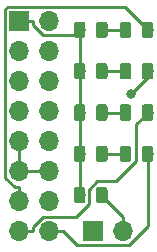
<source format=gbr>
G04 #@! TF.GenerationSoftware,KiCad,Pcbnew,(5.1.0-0)*
G04 #@! TF.CreationDate,2019-08-08T23:34:54-04:00*
G04 #@! TF.ProjectId,Dell Optiplex Front Panel LED Indicator Adapter,44656c6c-204f-4707-9469-706c65782046,rev?*
G04 #@! TF.SameCoordinates,Original*
G04 #@! TF.FileFunction,Copper,L1,Top*
G04 #@! TF.FilePolarity,Positive*
%FSLAX46Y46*%
G04 Gerber Fmt 4.6, Leading zero omitted, Abs format (unit mm)*
G04 Created by KiCad (PCBNEW (5.1.0-0)) date 2019-08-08 23:34:54*
%MOMM*%
%LPD*%
G04 APERTURE LIST*
%ADD10O,1.700000X1.700000*%
%ADD11R,1.700000X1.700000*%
%ADD12C,0.100000*%
%ADD13C,0.975000*%
%ADD14C,0.800000*%
%ADD15C,0.250000*%
G04 APERTURE END LIST*
D10*
X153290000Y-82500000D03*
D11*
X150750000Y-82500000D03*
D12*
G36*
X155643142Y-64801174D02*
G01*
X155666803Y-64804684D01*
X155690007Y-64810496D01*
X155712529Y-64818554D01*
X155734153Y-64828782D01*
X155754670Y-64841079D01*
X155773883Y-64855329D01*
X155791607Y-64871393D01*
X155807671Y-64889117D01*
X155821921Y-64908330D01*
X155834218Y-64928847D01*
X155844446Y-64950471D01*
X155852504Y-64972993D01*
X155858316Y-64996197D01*
X155861826Y-65019858D01*
X155863000Y-65043750D01*
X155863000Y-65956250D01*
X155861826Y-65980142D01*
X155858316Y-66003803D01*
X155852504Y-66027007D01*
X155844446Y-66049529D01*
X155834218Y-66071153D01*
X155821921Y-66091670D01*
X155807671Y-66110883D01*
X155791607Y-66128607D01*
X155773883Y-66144671D01*
X155754670Y-66158921D01*
X155734153Y-66171218D01*
X155712529Y-66181446D01*
X155690007Y-66189504D01*
X155666803Y-66195316D01*
X155643142Y-66198826D01*
X155619250Y-66200000D01*
X155131750Y-66200000D01*
X155107858Y-66198826D01*
X155084197Y-66195316D01*
X155060993Y-66189504D01*
X155038471Y-66181446D01*
X155016847Y-66171218D01*
X154996330Y-66158921D01*
X154977117Y-66144671D01*
X154959393Y-66128607D01*
X154943329Y-66110883D01*
X154929079Y-66091670D01*
X154916782Y-66071153D01*
X154906554Y-66049529D01*
X154898496Y-66027007D01*
X154892684Y-66003803D01*
X154889174Y-65980142D01*
X154888000Y-65956250D01*
X154888000Y-65043750D01*
X154889174Y-65019858D01*
X154892684Y-64996197D01*
X154898496Y-64972993D01*
X154906554Y-64950471D01*
X154916782Y-64928847D01*
X154929079Y-64908330D01*
X154943329Y-64889117D01*
X154959393Y-64871393D01*
X154977117Y-64855329D01*
X154996330Y-64841079D01*
X155016847Y-64828782D01*
X155038471Y-64818554D01*
X155060993Y-64810496D01*
X155084197Y-64804684D01*
X155107858Y-64801174D01*
X155131750Y-64800000D01*
X155619250Y-64800000D01*
X155643142Y-64801174D01*
X155643142Y-64801174D01*
G37*
D13*
X155375500Y-65500000D03*
D12*
G36*
X153768142Y-64801174D02*
G01*
X153791803Y-64804684D01*
X153815007Y-64810496D01*
X153837529Y-64818554D01*
X153859153Y-64828782D01*
X153879670Y-64841079D01*
X153898883Y-64855329D01*
X153916607Y-64871393D01*
X153932671Y-64889117D01*
X153946921Y-64908330D01*
X153959218Y-64928847D01*
X153969446Y-64950471D01*
X153977504Y-64972993D01*
X153983316Y-64996197D01*
X153986826Y-65019858D01*
X153988000Y-65043750D01*
X153988000Y-65956250D01*
X153986826Y-65980142D01*
X153983316Y-66003803D01*
X153977504Y-66027007D01*
X153969446Y-66049529D01*
X153959218Y-66071153D01*
X153946921Y-66091670D01*
X153932671Y-66110883D01*
X153916607Y-66128607D01*
X153898883Y-66144671D01*
X153879670Y-66158921D01*
X153859153Y-66171218D01*
X153837529Y-66181446D01*
X153815007Y-66189504D01*
X153791803Y-66195316D01*
X153768142Y-66198826D01*
X153744250Y-66200000D01*
X153256750Y-66200000D01*
X153232858Y-66198826D01*
X153209197Y-66195316D01*
X153185993Y-66189504D01*
X153163471Y-66181446D01*
X153141847Y-66171218D01*
X153121330Y-66158921D01*
X153102117Y-66144671D01*
X153084393Y-66128607D01*
X153068329Y-66110883D01*
X153054079Y-66091670D01*
X153041782Y-66071153D01*
X153031554Y-66049529D01*
X153023496Y-66027007D01*
X153017684Y-66003803D01*
X153014174Y-65980142D01*
X153013000Y-65956250D01*
X153013000Y-65043750D01*
X153014174Y-65019858D01*
X153017684Y-64996197D01*
X153023496Y-64972993D01*
X153031554Y-64950471D01*
X153041782Y-64928847D01*
X153054079Y-64908330D01*
X153068329Y-64889117D01*
X153084393Y-64871393D01*
X153102117Y-64855329D01*
X153121330Y-64841079D01*
X153141847Y-64828782D01*
X153163471Y-64818554D01*
X153185993Y-64810496D01*
X153209197Y-64804684D01*
X153232858Y-64801174D01*
X153256750Y-64800000D01*
X153744250Y-64800000D01*
X153768142Y-64801174D01*
X153768142Y-64801174D01*
G37*
D13*
X153500500Y-65500000D03*
D12*
G36*
X153768142Y-68301174D02*
G01*
X153791803Y-68304684D01*
X153815007Y-68310496D01*
X153837529Y-68318554D01*
X153859153Y-68328782D01*
X153879670Y-68341079D01*
X153898883Y-68355329D01*
X153916607Y-68371393D01*
X153932671Y-68389117D01*
X153946921Y-68408330D01*
X153959218Y-68428847D01*
X153969446Y-68450471D01*
X153977504Y-68472993D01*
X153983316Y-68496197D01*
X153986826Y-68519858D01*
X153988000Y-68543750D01*
X153988000Y-69456250D01*
X153986826Y-69480142D01*
X153983316Y-69503803D01*
X153977504Y-69527007D01*
X153969446Y-69549529D01*
X153959218Y-69571153D01*
X153946921Y-69591670D01*
X153932671Y-69610883D01*
X153916607Y-69628607D01*
X153898883Y-69644671D01*
X153879670Y-69658921D01*
X153859153Y-69671218D01*
X153837529Y-69681446D01*
X153815007Y-69689504D01*
X153791803Y-69695316D01*
X153768142Y-69698826D01*
X153744250Y-69700000D01*
X153256750Y-69700000D01*
X153232858Y-69698826D01*
X153209197Y-69695316D01*
X153185993Y-69689504D01*
X153163471Y-69681446D01*
X153141847Y-69671218D01*
X153121330Y-69658921D01*
X153102117Y-69644671D01*
X153084393Y-69628607D01*
X153068329Y-69610883D01*
X153054079Y-69591670D01*
X153041782Y-69571153D01*
X153031554Y-69549529D01*
X153023496Y-69527007D01*
X153017684Y-69503803D01*
X153014174Y-69480142D01*
X153013000Y-69456250D01*
X153013000Y-68543750D01*
X153014174Y-68519858D01*
X153017684Y-68496197D01*
X153023496Y-68472993D01*
X153031554Y-68450471D01*
X153041782Y-68428847D01*
X153054079Y-68408330D01*
X153068329Y-68389117D01*
X153084393Y-68371393D01*
X153102117Y-68355329D01*
X153121330Y-68341079D01*
X153141847Y-68328782D01*
X153163471Y-68318554D01*
X153185993Y-68310496D01*
X153209197Y-68304684D01*
X153232858Y-68301174D01*
X153256750Y-68300000D01*
X153744250Y-68300000D01*
X153768142Y-68301174D01*
X153768142Y-68301174D01*
G37*
D13*
X153500500Y-69000000D03*
D12*
G36*
X155643142Y-68301174D02*
G01*
X155666803Y-68304684D01*
X155690007Y-68310496D01*
X155712529Y-68318554D01*
X155734153Y-68328782D01*
X155754670Y-68341079D01*
X155773883Y-68355329D01*
X155791607Y-68371393D01*
X155807671Y-68389117D01*
X155821921Y-68408330D01*
X155834218Y-68428847D01*
X155844446Y-68450471D01*
X155852504Y-68472993D01*
X155858316Y-68496197D01*
X155861826Y-68519858D01*
X155863000Y-68543750D01*
X155863000Y-69456250D01*
X155861826Y-69480142D01*
X155858316Y-69503803D01*
X155852504Y-69527007D01*
X155844446Y-69549529D01*
X155834218Y-69571153D01*
X155821921Y-69591670D01*
X155807671Y-69610883D01*
X155791607Y-69628607D01*
X155773883Y-69644671D01*
X155754670Y-69658921D01*
X155734153Y-69671218D01*
X155712529Y-69681446D01*
X155690007Y-69689504D01*
X155666803Y-69695316D01*
X155643142Y-69698826D01*
X155619250Y-69700000D01*
X155131750Y-69700000D01*
X155107858Y-69698826D01*
X155084197Y-69695316D01*
X155060993Y-69689504D01*
X155038471Y-69681446D01*
X155016847Y-69671218D01*
X154996330Y-69658921D01*
X154977117Y-69644671D01*
X154959393Y-69628607D01*
X154943329Y-69610883D01*
X154929079Y-69591670D01*
X154916782Y-69571153D01*
X154906554Y-69549529D01*
X154898496Y-69527007D01*
X154892684Y-69503803D01*
X154889174Y-69480142D01*
X154888000Y-69456250D01*
X154888000Y-68543750D01*
X154889174Y-68519858D01*
X154892684Y-68496197D01*
X154898496Y-68472993D01*
X154906554Y-68450471D01*
X154916782Y-68428847D01*
X154929079Y-68408330D01*
X154943329Y-68389117D01*
X154959393Y-68371393D01*
X154977117Y-68355329D01*
X154996330Y-68341079D01*
X155016847Y-68328782D01*
X155038471Y-68318554D01*
X155060993Y-68310496D01*
X155084197Y-68304684D01*
X155107858Y-68301174D01*
X155131750Y-68300000D01*
X155619250Y-68300000D01*
X155643142Y-68301174D01*
X155643142Y-68301174D01*
G37*
D13*
X155375500Y-69000000D03*
D12*
G36*
X155643142Y-71801174D02*
G01*
X155666803Y-71804684D01*
X155690007Y-71810496D01*
X155712529Y-71818554D01*
X155734153Y-71828782D01*
X155754670Y-71841079D01*
X155773883Y-71855329D01*
X155791607Y-71871393D01*
X155807671Y-71889117D01*
X155821921Y-71908330D01*
X155834218Y-71928847D01*
X155844446Y-71950471D01*
X155852504Y-71972993D01*
X155858316Y-71996197D01*
X155861826Y-72019858D01*
X155863000Y-72043750D01*
X155863000Y-72956250D01*
X155861826Y-72980142D01*
X155858316Y-73003803D01*
X155852504Y-73027007D01*
X155844446Y-73049529D01*
X155834218Y-73071153D01*
X155821921Y-73091670D01*
X155807671Y-73110883D01*
X155791607Y-73128607D01*
X155773883Y-73144671D01*
X155754670Y-73158921D01*
X155734153Y-73171218D01*
X155712529Y-73181446D01*
X155690007Y-73189504D01*
X155666803Y-73195316D01*
X155643142Y-73198826D01*
X155619250Y-73200000D01*
X155131750Y-73200000D01*
X155107858Y-73198826D01*
X155084197Y-73195316D01*
X155060993Y-73189504D01*
X155038471Y-73181446D01*
X155016847Y-73171218D01*
X154996330Y-73158921D01*
X154977117Y-73144671D01*
X154959393Y-73128607D01*
X154943329Y-73110883D01*
X154929079Y-73091670D01*
X154916782Y-73071153D01*
X154906554Y-73049529D01*
X154898496Y-73027007D01*
X154892684Y-73003803D01*
X154889174Y-72980142D01*
X154888000Y-72956250D01*
X154888000Y-72043750D01*
X154889174Y-72019858D01*
X154892684Y-71996197D01*
X154898496Y-71972993D01*
X154906554Y-71950471D01*
X154916782Y-71928847D01*
X154929079Y-71908330D01*
X154943329Y-71889117D01*
X154959393Y-71871393D01*
X154977117Y-71855329D01*
X154996330Y-71841079D01*
X155016847Y-71828782D01*
X155038471Y-71818554D01*
X155060993Y-71810496D01*
X155084197Y-71804684D01*
X155107858Y-71801174D01*
X155131750Y-71800000D01*
X155619250Y-71800000D01*
X155643142Y-71801174D01*
X155643142Y-71801174D01*
G37*
D13*
X155375500Y-72500000D03*
D12*
G36*
X153768142Y-71801174D02*
G01*
X153791803Y-71804684D01*
X153815007Y-71810496D01*
X153837529Y-71818554D01*
X153859153Y-71828782D01*
X153879670Y-71841079D01*
X153898883Y-71855329D01*
X153916607Y-71871393D01*
X153932671Y-71889117D01*
X153946921Y-71908330D01*
X153959218Y-71928847D01*
X153969446Y-71950471D01*
X153977504Y-71972993D01*
X153983316Y-71996197D01*
X153986826Y-72019858D01*
X153988000Y-72043750D01*
X153988000Y-72956250D01*
X153986826Y-72980142D01*
X153983316Y-73003803D01*
X153977504Y-73027007D01*
X153969446Y-73049529D01*
X153959218Y-73071153D01*
X153946921Y-73091670D01*
X153932671Y-73110883D01*
X153916607Y-73128607D01*
X153898883Y-73144671D01*
X153879670Y-73158921D01*
X153859153Y-73171218D01*
X153837529Y-73181446D01*
X153815007Y-73189504D01*
X153791803Y-73195316D01*
X153768142Y-73198826D01*
X153744250Y-73200000D01*
X153256750Y-73200000D01*
X153232858Y-73198826D01*
X153209197Y-73195316D01*
X153185993Y-73189504D01*
X153163471Y-73181446D01*
X153141847Y-73171218D01*
X153121330Y-73158921D01*
X153102117Y-73144671D01*
X153084393Y-73128607D01*
X153068329Y-73110883D01*
X153054079Y-73091670D01*
X153041782Y-73071153D01*
X153031554Y-73049529D01*
X153023496Y-73027007D01*
X153017684Y-73003803D01*
X153014174Y-72980142D01*
X153013000Y-72956250D01*
X153013000Y-72043750D01*
X153014174Y-72019858D01*
X153017684Y-71996197D01*
X153023496Y-71972993D01*
X153031554Y-71950471D01*
X153041782Y-71928847D01*
X153054079Y-71908330D01*
X153068329Y-71889117D01*
X153084393Y-71871393D01*
X153102117Y-71855329D01*
X153121330Y-71841079D01*
X153141847Y-71828782D01*
X153163471Y-71818554D01*
X153185993Y-71810496D01*
X153209197Y-71804684D01*
X153232858Y-71801174D01*
X153256750Y-71800000D01*
X153744250Y-71800000D01*
X153768142Y-71801174D01*
X153768142Y-71801174D01*
G37*
D13*
X153500500Y-72500000D03*
D12*
G36*
X153768142Y-75301174D02*
G01*
X153791803Y-75304684D01*
X153815007Y-75310496D01*
X153837529Y-75318554D01*
X153859153Y-75328782D01*
X153879670Y-75341079D01*
X153898883Y-75355329D01*
X153916607Y-75371393D01*
X153932671Y-75389117D01*
X153946921Y-75408330D01*
X153959218Y-75428847D01*
X153969446Y-75450471D01*
X153977504Y-75472993D01*
X153983316Y-75496197D01*
X153986826Y-75519858D01*
X153988000Y-75543750D01*
X153988000Y-76456250D01*
X153986826Y-76480142D01*
X153983316Y-76503803D01*
X153977504Y-76527007D01*
X153969446Y-76549529D01*
X153959218Y-76571153D01*
X153946921Y-76591670D01*
X153932671Y-76610883D01*
X153916607Y-76628607D01*
X153898883Y-76644671D01*
X153879670Y-76658921D01*
X153859153Y-76671218D01*
X153837529Y-76681446D01*
X153815007Y-76689504D01*
X153791803Y-76695316D01*
X153768142Y-76698826D01*
X153744250Y-76700000D01*
X153256750Y-76700000D01*
X153232858Y-76698826D01*
X153209197Y-76695316D01*
X153185993Y-76689504D01*
X153163471Y-76681446D01*
X153141847Y-76671218D01*
X153121330Y-76658921D01*
X153102117Y-76644671D01*
X153084393Y-76628607D01*
X153068329Y-76610883D01*
X153054079Y-76591670D01*
X153041782Y-76571153D01*
X153031554Y-76549529D01*
X153023496Y-76527007D01*
X153017684Y-76503803D01*
X153014174Y-76480142D01*
X153013000Y-76456250D01*
X153013000Y-75543750D01*
X153014174Y-75519858D01*
X153017684Y-75496197D01*
X153023496Y-75472993D01*
X153031554Y-75450471D01*
X153041782Y-75428847D01*
X153054079Y-75408330D01*
X153068329Y-75389117D01*
X153084393Y-75371393D01*
X153102117Y-75355329D01*
X153121330Y-75341079D01*
X153141847Y-75328782D01*
X153163471Y-75318554D01*
X153185993Y-75310496D01*
X153209197Y-75304684D01*
X153232858Y-75301174D01*
X153256750Y-75300000D01*
X153744250Y-75300000D01*
X153768142Y-75301174D01*
X153768142Y-75301174D01*
G37*
D13*
X153500500Y-76000000D03*
D12*
G36*
X155643142Y-75301174D02*
G01*
X155666803Y-75304684D01*
X155690007Y-75310496D01*
X155712529Y-75318554D01*
X155734153Y-75328782D01*
X155754670Y-75341079D01*
X155773883Y-75355329D01*
X155791607Y-75371393D01*
X155807671Y-75389117D01*
X155821921Y-75408330D01*
X155834218Y-75428847D01*
X155844446Y-75450471D01*
X155852504Y-75472993D01*
X155858316Y-75496197D01*
X155861826Y-75519858D01*
X155863000Y-75543750D01*
X155863000Y-76456250D01*
X155861826Y-76480142D01*
X155858316Y-76503803D01*
X155852504Y-76527007D01*
X155844446Y-76549529D01*
X155834218Y-76571153D01*
X155821921Y-76591670D01*
X155807671Y-76610883D01*
X155791607Y-76628607D01*
X155773883Y-76644671D01*
X155754670Y-76658921D01*
X155734153Y-76671218D01*
X155712529Y-76681446D01*
X155690007Y-76689504D01*
X155666803Y-76695316D01*
X155643142Y-76698826D01*
X155619250Y-76700000D01*
X155131750Y-76700000D01*
X155107858Y-76698826D01*
X155084197Y-76695316D01*
X155060993Y-76689504D01*
X155038471Y-76681446D01*
X155016847Y-76671218D01*
X154996330Y-76658921D01*
X154977117Y-76644671D01*
X154959393Y-76628607D01*
X154943329Y-76610883D01*
X154929079Y-76591670D01*
X154916782Y-76571153D01*
X154906554Y-76549529D01*
X154898496Y-76527007D01*
X154892684Y-76503803D01*
X154889174Y-76480142D01*
X154888000Y-76456250D01*
X154888000Y-75543750D01*
X154889174Y-75519858D01*
X154892684Y-75496197D01*
X154898496Y-75472993D01*
X154906554Y-75450471D01*
X154916782Y-75428847D01*
X154929079Y-75408330D01*
X154943329Y-75389117D01*
X154959393Y-75371393D01*
X154977117Y-75355329D01*
X154996330Y-75341079D01*
X155016847Y-75328782D01*
X155038471Y-75318554D01*
X155060993Y-75310496D01*
X155084197Y-75304684D01*
X155107858Y-75301174D01*
X155131750Y-75300000D01*
X155619250Y-75300000D01*
X155643142Y-75301174D01*
X155643142Y-75301174D01*
G37*
D13*
X155375500Y-76000000D03*
D11*
X144500000Y-64750000D03*
D10*
X147040000Y-64750000D03*
X144500000Y-67290000D03*
X147040000Y-67290000D03*
X144500000Y-69830000D03*
X147040000Y-69830000D03*
X144500000Y-72370000D03*
X147040000Y-72370000D03*
X144500000Y-74910000D03*
X147040000Y-74910000D03*
X144500000Y-77450000D03*
X147040000Y-77450000D03*
X144500000Y-79990000D03*
X147040000Y-79990000D03*
X144500000Y-82530000D03*
X147040000Y-82530000D03*
D12*
G36*
X149892142Y-78801174D02*
G01*
X149915803Y-78804684D01*
X149939007Y-78810496D01*
X149961529Y-78818554D01*
X149983153Y-78828782D01*
X150003670Y-78841079D01*
X150022883Y-78855329D01*
X150040607Y-78871393D01*
X150056671Y-78889117D01*
X150070921Y-78908330D01*
X150083218Y-78928847D01*
X150093446Y-78950471D01*
X150101504Y-78972993D01*
X150107316Y-78996197D01*
X150110826Y-79019858D01*
X150112000Y-79043750D01*
X150112000Y-79956250D01*
X150110826Y-79980142D01*
X150107316Y-80003803D01*
X150101504Y-80027007D01*
X150093446Y-80049529D01*
X150083218Y-80071153D01*
X150070921Y-80091670D01*
X150056671Y-80110883D01*
X150040607Y-80128607D01*
X150022883Y-80144671D01*
X150003670Y-80158921D01*
X149983153Y-80171218D01*
X149961529Y-80181446D01*
X149939007Y-80189504D01*
X149915803Y-80195316D01*
X149892142Y-80198826D01*
X149868250Y-80200000D01*
X149380750Y-80200000D01*
X149356858Y-80198826D01*
X149333197Y-80195316D01*
X149309993Y-80189504D01*
X149287471Y-80181446D01*
X149265847Y-80171218D01*
X149245330Y-80158921D01*
X149226117Y-80144671D01*
X149208393Y-80128607D01*
X149192329Y-80110883D01*
X149178079Y-80091670D01*
X149165782Y-80071153D01*
X149155554Y-80049529D01*
X149147496Y-80027007D01*
X149141684Y-80003803D01*
X149138174Y-79980142D01*
X149137000Y-79956250D01*
X149137000Y-79043750D01*
X149138174Y-79019858D01*
X149141684Y-78996197D01*
X149147496Y-78972993D01*
X149155554Y-78950471D01*
X149165782Y-78928847D01*
X149178079Y-78908330D01*
X149192329Y-78889117D01*
X149208393Y-78871393D01*
X149226117Y-78855329D01*
X149245330Y-78841079D01*
X149265847Y-78828782D01*
X149287471Y-78818554D01*
X149309993Y-78810496D01*
X149333197Y-78804684D01*
X149356858Y-78801174D01*
X149380750Y-78800000D01*
X149868250Y-78800000D01*
X149892142Y-78801174D01*
X149892142Y-78801174D01*
G37*
D13*
X149624500Y-79500000D03*
D12*
G36*
X151767142Y-78801174D02*
G01*
X151790803Y-78804684D01*
X151814007Y-78810496D01*
X151836529Y-78818554D01*
X151858153Y-78828782D01*
X151878670Y-78841079D01*
X151897883Y-78855329D01*
X151915607Y-78871393D01*
X151931671Y-78889117D01*
X151945921Y-78908330D01*
X151958218Y-78928847D01*
X151968446Y-78950471D01*
X151976504Y-78972993D01*
X151982316Y-78996197D01*
X151985826Y-79019858D01*
X151987000Y-79043750D01*
X151987000Y-79956250D01*
X151985826Y-79980142D01*
X151982316Y-80003803D01*
X151976504Y-80027007D01*
X151968446Y-80049529D01*
X151958218Y-80071153D01*
X151945921Y-80091670D01*
X151931671Y-80110883D01*
X151915607Y-80128607D01*
X151897883Y-80144671D01*
X151878670Y-80158921D01*
X151858153Y-80171218D01*
X151836529Y-80181446D01*
X151814007Y-80189504D01*
X151790803Y-80195316D01*
X151767142Y-80198826D01*
X151743250Y-80200000D01*
X151255750Y-80200000D01*
X151231858Y-80198826D01*
X151208197Y-80195316D01*
X151184993Y-80189504D01*
X151162471Y-80181446D01*
X151140847Y-80171218D01*
X151120330Y-80158921D01*
X151101117Y-80144671D01*
X151083393Y-80128607D01*
X151067329Y-80110883D01*
X151053079Y-80091670D01*
X151040782Y-80071153D01*
X151030554Y-80049529D01*
X151022496Y-80027007D01*
X151016684Y-80003803D01*
X151013174Y-79980142D01*
X151012000Y-79956250D01*
X151012000Y-79043750D01*
X151013174Y-79019858D01*
X151016684Y-78996197D01*
X151022496Y-78972993D01*
X151030554Y-78950471D01*
X151040782Y-78928847D01*
X151053079Y-78908330D01*
X151067329Y-78889117D01*
X151083393Y-78871393D01*
X151101117Y-78855329D01*
X151120330Y-78841079D01*
X151140847Y-78828782D01*
X151162471Y-78818554D01*
X151184993Y-78810496D01*
X151208197Y-78804684D01*
X151231858Y-78801174D01*
X151255750Y-78800000D01*
X151743250Y-78800000D01*
X151767142Y-78801174D01*
X151767142Y-78801174D01*
G37*
D13*
X151499500Y-79500000D03*
D12*
G36*
X151767142Y-64801174D02*
G01*
X151790803Y-64804684D01*
X151814007Y-64810496D01*
X151836529Y-64818554D01*
X151858153Y-64828782D01*
X151878670Y-64841079D01*
X151897883Y-64855329D01*
X151915607Y-64871393D01*
X151931671Y-64889117D01*
X151945921Y-64908330D01*
X151958218Y-64928847D01*
X151968446Y-64950471D01*
X151976504Y-64972993D01*
X151982316Y-64996197D01*
X151985826Y-65019858D01*
X151987000Y-65043750D01*
X151987000Y-65956250D01*
X151985826Y-65980142D01*
X151982316Y-66003803D01*
X151976504Y-66027007D01*
X151968446Y-66049529D01*
X151958218Y-66071153D01*
X151945921Y-66091670D01*
X151931671Y-66110883D01*
X151915607Y-66128607D01*
X151897883Y-66144671D01*
X151878670Y-66158921D01*
X151858153Y-66171218D01*
X151836529Y-66181446D01*
X151814007Y-66189504D01*
X151790803Y-66195316D01*
X151767142Y-66198826D01*
X151743250Y-66200000D01*
X151255750Y-66200000D01*
X151231858Y-66198826D01*
X151208197Y-66195316D01*
X151184993Y-66189504D01*
X151162471Y-66181446D01*
X151140847Y-66171218D01*
X151120330Y-66158921D01*
X151101117Y-66144671D01*
X151083393Y-66128607D01*
X151067329Y-66110883D01*
X151053079Y-66091670D01*
X151040782Y-66071153D01*
X151030554Y-66049529D01*
X151022496Y-66027007D01*
X151016684Y-66003803D01*
X151013174Y-65980142D01*
X151012000Y-65956250D01*
X151012000Y-65043750D01*
X151013174Y-65019858D01*
X151016684Y-64996197D01*
X151022496Y-64972993D01*
X151030554Y-64950471D01*
X151040782Y-64928847D01*
X151053079Y-64908330D01*
X151067329Y-64889117D01*
X151083393Y-64871393D01*
X151101117Y-64855329D01*
X151120330Y-64841079D01*
X151140847Y-64828782D01*
X151162471Y-64818554D01*
X151184993Y-64810496D01*
X151208197Y-64804684D01*
X151231858Y-64801174D01*
X151255750Y-64800000D01*
X151743250Y-64800000D01*
X151767142Y-64801174D01*
X151767142Y-64801174D01*
G37*
D13*
X151499500Y-65500000D03*
D12*
G36*
X149892142Y-64801174D02*
G01*
X149915803Y-64804684D01*
X149939007Y-64810496D01*
X149961529Y-64818554D01*
X149983153Y-64828782D01*
X150003670Y-64841079D01*
X150022883Y-64855329D01*
X150040607Y-64871393D01*
X150056671Y-64889117D01*
X150070921Y-64908330D01*
X150083218Y-64928847D01*
X150093446Y-64950471D01*
X150101504Y-64972993D01*
X150107316Y-64996197D01*
X150110826Y-65019858D01*
X150112000Y-65043750D01*
X150112000Y-65956250D01*
X150110826Y-65980142D01*
X150107316Y-66003803D01*
X150101504Y-66027007D01*
X150093446Y-66049529D01*
X150083218Y-66071153D01*
X150070921Y-66091670D01*
X150056671Y-66110883D01*
X150040607Y-66128607D01*
X150022883Y-66144671D01*
X150003670Y-66158921D01*
X149983153Y-66171218D01*
X149961529Y-66181446D01*
X149939007Y-66189504D01*
X149915803Y-66195316D01*
X149892142Y-66198826D01*
X149868250Y-66200000D01*
X149380750Y-66200000D01*
X149356858Y-66198826D01*
X149333197Y-66195316D01*
X149309993Y-66189504D01*
X149287471Y-66181446D01*
X149265847Y-66171218D01*
X149245330Y-66158921D01*
X149226117Y-66144671D01*
X149208393Y-66128607D01*
X149192329Y-66110883D01*
X149178079Y-66091670D01*
X149165782Y-66071153D01*
X149155554Y-66049529D01*
X149147496Y-66027007D01*
X149141684Y-66003803D01*
X149138174Y-65980142D01*
X149137000Y-65956250D01*
X149137000Y-65043750D01*
X149138174Y-65019858D01*
X149141684Y-64996197D01*
X149147496Y-64972993D01*
X149155554Y-64950471D01*
X149165782Y-64928847D01*
X149178079Y-64908330D01*
X149192329Y-64889117D01*
X149208393Y-64871393D01*
X149226117Y-64855329D01*
X149245330Y-64841079D01*
X149265847Y-64828782D01*
X149287471Y-64818554D01*
X149309993Y-64810496D01*
X149333197Y-64804684D01*
X149356858Y-64801174D01*
X149380750Y-64800000D01*
X149868250Y-64800000D01*
X149892142Y-64801174D01*
X149892142Y-64801174D01*
G37*
D13*
X149624500Y-65500000D03*
D12*
G36*
X149892142Y-68301174D02*
G01*
X149915803Y-68304684D01*
X149939007Y-68310496D01*
X149961529Y-68318554D01*
X149983153Y-68328782D01*
X150003670Y-68341079D01*
X150022883Y-68355329D01*
X150040607Y-68371393D01*
X150056671Y-68389117D01*
X150070921Y-68408330D01*
X150083218Y-68428847D01*
X150093446Y-68450471D01*
X150101504Y-68472993D01*
X150107316Y-68496197D01*
X150110826Y-68519858D01*
X150112000Y-68543750D01*
X150112000Y-69456250D01*
X150110826Y-69480142D01*
X150107316Y-69503803D01*
X150101504Y-69527007D01*
X150093446Y-69549529D01*
X150083218Y-69571153D01*
X150070921Y-69591670D01*
X150056671Y-69610883D01*
X150040607Y-69628607D01*
X150022883Y-69644671D01*
X150003670Y-69658921D01*
X149983153Y-69671218D01*
X149961529Y-69681446D01*
X149939007Y-69689504D01*
X149915803Y-69695316D01*
X149892142Y-69698826D01*
X149868250Y-69700000D01*
X149380750Y-69700000D01*
X149356858Y-69698826D01*
X149333197Y-69695316D01*
X149309993Y-69689504D01*
X149287471Y-69681446D01*
X149265847Y-69671218D01*
X149245330Y-69658921D01*
X149226117Y-69644671D01*
X149208393Y-69628607D01*
X149192329Y-69610883D01*
X149178079Y-69591670D01*
X149165782Y-69571153D01*
X149155554Y-69549529D01*
X149147496Y-69527007D01*
X149141684Y-69503803D01*
X149138174Y-69480142D01*
X149137000Y-69456250D01*
X149137000Y-68543750D01*
X149138174Y-68519858D01*
X149141684Y-68496197D01*
X149147496Y-68472993D01*
X149155554Y-68450471D01*
X149165782Y-68428847D01*
X149178079Y-68408330D01*
X149192329Y-68389117D01*
X149208393Y-68371393D01*
X149226117Y-68355329D01*
X149245330Y-68341079D01*
X149265847Y-68328782D01*
X149287471Y-68318554D01*
X149309993Y-68310496D01*
X149333197Y-68304684D01*
X149356858Y-68301174D01*
X149380750Y-68300000D01*
X149868250Y-68300000D01*
X149892142Y-68301174D01*
X149892142Y-68301174D01*
G37*
D13*
X149624500Y-69000000D03*
D12*
G36*
X151767142Y-68301174D02*
G01*
X151790803Y-68304684D01*
X151814007Y-68310496D01*
X151836529Y-68318554D01*
X151858153Y-68328782D01*
X151878670Y-68341079D01*
X151897883Y-68355329D01*
X151915607Y-68371393D01*
X151931671Y-68389117D01*
X151945921Y-68408330D01*
X151958218Y-68428847D01*
X151968446Y-68450471D01*
X151976504Y-68472993D01*
X151982316Y-68496197D01*
X151985826Y-68519858D01*
X151987000Y-68543750D01*
X151987000Y-69456250D01*
X151985826Y-69480142D01*
X151982316Y-69503803D01*
X151976504Y-69527007D01*
X151968446Y-69549529D01*
X151958218Y-69571153D01*
X151945921Y-69591670D01*
X151931671Y-69610883D01*
X151915607Y-69628607D01*
X151897883Y-69644671D01*
X151878670Y-69658921D01*
X151858153Y-69671218D01*
X151836529Y-69681446D01*
X151814007Y-69689504D01*
X151790803Y-69695316D01*
X151767142Y-69698826D01*
X151743250Y-69700000D01*
X151255750Y-69700000D01*
X151231858Y-69698826D01*
X151208197Y-69695316D01*
X151184993Y-69689504D01*
X151162471Y-69681446D01*
X151140847Y-69671218D01*
X151120330Y-69658921D01*
X151101117Y-69644671D01*
X151083393Y-69628607D01*
X151067329Y-69610883D01*
X151053079Y-69591670D01*
X151040782Y-69571153D01*
X151030554Y-69549529D01*
X151022496Y-69527007D01*
X151016684Y-69503803D01*
X151013174Y-69480142D01*
X151012000Y-69456250D01*
X151012000Y-68543750D01*
X151013174Y-68519858D01*
X151016684Y-68496197D01*
X151022496Y-68472993D01*
X151030554Y-68450471D01*
X151040782Y-68428847D01*
X151053079Y-68408330D01*
X151067329Y-68389117D01*
X151083393Y-68371393D01*
X151101117Y-68355329D01*
X151120330Y-68341079D01*
X151140847Y-68328782D01*
X151162471Y-68318554D01*
X151184993Y-68310496D01*
X151208197Y-68304684D01*
X151231858Y-68301174D01*
X151255750Y-68300000D01*
X151743250Y-68300000D01*
X151767142Y-68301174D01*
X151767142Y-68301174D01*
G37*
D13*
X151499500Y-69000000D03*
D12*
G36*
X151767142Y-71801174D02*
G01*
X151790803Y-71804684D01*
X151814007Y-71810496D01*
X151836529Y-71818554D01*
X151858153Y-71828782D01*
X151878670Y-71841079D01*
X151897883Y-71855329D01*
X151915607Y-71871393D01*
X151931671Y-71889117D01*
X151945921Y-71908330D01*
X151958218Y-71928847D01*
X151968446Y-71950471D01*
X151976504Y-71972993D01*
X151982316Y-71996197D01*
X151985826Y-72019858D01*
X151987000Y-72043750D01*
X151987000Y-72956250D01*
X151985826Y-72980142D01*
X151982316Y-73003803D01*
X151976504Y-73027007D01*
X151968446Y-73049529D01*
X151958218Y-73071153D01*
X151945921Y-73091670D01*
X151931671Y-73110883D01*
X151915607Y-73128607D01*
X151897883Y-73144671D01*
X151878670Y-73158921D01*
X151858153Y-73171218D01*
X151836529Y-73181446D01*
X151814007Y-73189504D01*
X151790803Y-73195316D01*
X151767142Y-73198826D01*
X151743250Y-73200000D01*
X151255750Y-73200000D01*
X151231858Y-73198826D01*
X151208197Y-73195316D01*
X151184993Y-73189504D01*
X151162471Y-73181446D01*
X151140847Y-73171218D01*
X151120330Y-73158921D01*
X151101117Y-73144671D01*
X151083393Y-73128607D01*
X151067329Y-73110883D01*
X151053079Y-73091670D01*
X151040782Y-73071153D01*
X151030554Y-73049529D01*
X151022496Y-73027007D01*
X151016684Y-73003803D01*
X151013174Y-72980142D01*
X151012000Y-72956250D01*
X151012000Y-72043750D01*
X151013174Y-72019858D01*
X151016684Y-71996197D01*
X151022496Y-71972993D01*
X151030554Y-71950471D01*
X151040782Y-71928847D01*
X151053079Y-71908330D01*
X151067329Y-71889117D01*
X151083393Y-71871393D01*
X151101117Y-71855329D01*
X151120330Y-71841079D01*
X151140847Y-71828782D01*
X151162471Y-71818554D01*
X151184993Y-71810496D01*
X151208197Y-71804684D01*
X151231858Y-71801174D01*
X151255750Y-71800000D01*
X151743250Y-71800000D01*
X151767142Y-71801174D01*
X151767142Y-71801174D01*
G37*
D13*
X151499500Y-72500000D03*
D12*
G36*
X149892142Y-71801174D02*
G01*
X149915803Y-71804684D01*
X149939007Y-71810496D01*
X149961529Y-71818554D01*
X149983153Y-71828782D01*
X150003670Y-71841079D01*
X150022883Y-71855329D01*
X150040607Y-71871393D01*
X150056671Y-71889117D01*
X150070921Y-71908330D01*
X150083218Y-71928847D01*
X150093446Y-71950471D01*
X150101504Y-71972993D01*
X150107316Y-71996197D01*
X150110826Y-72019858D01*
X150112000Y-72043750D01*
X150112000Y-72956250D01*
X150110826Y-72980142D01*
X150107316Y-73003803D01*
X150101504Y-73027007D01*
X150093446Y-73049529D01*
X150083218Y-73071153D01*
X150070921Y-73091670D01*
X150056671Y-73110883D01*
X150040607Y-73128607D01*
X150022883Y-73144671D01*
X150003670Y-73158921D01*
X149983153Y-73171218D01*
X149961529Y-73181446D01*
X149939007Y-73189504D01*
X149915803Y-73195316D01*
X149892142Y-73198826D01*
X149868250Y-73200000D01*
X149380750Y-73200000D01*
X149356858Y-73198826D01*
X149333197Y-73195316D01*
X149309993Y-73189504D01*
X149287471Y-73181446D01*
X149265847Y-73171218D01*
X149245330Y-73158921D01*
X149226117Y-73144671D01*
X149208393Y-73128607D01*
X149192329Y-73110883D01*
X149178079Y-73091670D01*
X149165782Y-73071153D01*
X149155554Y-73049529D01*
X149147496Y-73027007D01*
X149141684Y-73003803D01*
X149138174Y-72980142D01*
X149137000Y-72956250D01*
X149137000Y-72043750D01*
X149138174Y-72019858D01*
X149141684Y-71996197D01*
X149147496Y-71972993D01*
X149155554Y-71950471D01*
X149165782Y-71928847D01*
X149178079Y-71908330D01*
X149192329Y-71889117D01*
X149208393Y-71871393D01*
X149226117Y-71855329D01*
X149245330Y-71841079D01*
X149265847Y-71828782D01*
X149287471Y-71818554D01*
X149309993Y-71810496D01*
X149333197Y-71804684D01*
X149356858Y-71801174D01*
X149380750Y-71800000D01*
X149868250Y-71800000D01*
X149892142Y-71801174D01*
X149892142Y-71801174D01*
G37*
D13*
X149624500Y-72500000D03*
D12*
G36*
X149892142Y-75301174D02*
G01*
X149915803Y-75304684D01*
X149939007Y-75310496D01*
X149961529Y-75318554D01*
X149983153Y-75328782D01*
X150003670Y-75341079D01*
X150022883Y-75355329D01*
X150040607Y-75371393D01*
X150056671Y-75389117D01*
X150070921Y-75408330D01*
X150083218Y-75428847D01*
X150093446Y-75450471D01*
X150101504Y-75472993D01*
X150107316Y-75496197D01*
X150110826Y-75519858D01*
X150112000Y-75543750D01*
X150112000Y-76456250D01*
X150110826Y-76480142D01*
X150107316Y-76503803D01*
X150101504Y-76527007D01*
X150093446Y-76549529D01*
X150083218Y-76571153D01*
X150070921Y-76591670D01*
X150056671Y-76610883D01*
X150040607Y-76628607D01*
X150022883Y-76644671D01*
X150003670Y-76658921D01*
X149983153Y-76671218D01*
X149961529Y-76681446D01*
X149939007Y-76689504D01*
X149915803Y-76695316D01*
X149892142Y-76698826D01*
X149868250Y-76700000D01*
X149380750Y-76700000D01*
X149356858Y-76698826D01*
X149333197Y-76695316D01*
X149309993Y-76689504D01*
X149287471Y-76681446D01*
X149265847Y-76671218D01*
X149245330Y-76658921D01*
X149226117Y-76644671D01*
X149208393Y-76628607D01*
X149192329Y-76610883D01*
X149178079Y-76591670D01*
X149165782Y-76571153D01*
X149155554Y-76549529D01*
X149147496Y-76527007D01*
X149141684Y-76503803D01*
X149138174Y-76480142D01*
X149137000Y-76456250D01*
X149137000Y-75543750D01*
X149138174Y-75519858D01*
X149141684Y-75496197D01*
X149147496Y-75472993D01*
X149155554Y-75450471D01*
X149165782Y-75428847D01*
X149178079Y-75408330D01*
X149192329Y-75389117D01*
X149208393Y-75371393D01*
X149226117Y-75355329D01*
X149245330Y-75341079D01*
X149265847Y-75328782D01*
X149287471Y-75318554D01*
X149309993Y-75310496D01*
X149333197Y-75304684D01*
X149356858Y-75301174D01*
X149380750Y-75300000D01*
X149868250Y-75300000D01*
X149892142Y-75301174D01*
X149892142Y-75301174D01*
G37*
D13*
X149624500Y-76000000D03*
D12*
G36*
X151767142Y-75301174D02*
G01*
X151790803Y-75304684D01*
X151814007Y-75310496D01*
X151836529Y-75318554D01*
X151858153Y-75328782D01*
X151878670Y-75341079D01*
X151897883Y-75355329D01*
X151915607Y-75371393D01*
X151931671Y-75389117D01*
X151945921Y-75408330D01*
X151958218Y-75428847D01*
X151968446Y-75450471D01*
X151976504Y-75472993D01*
X151982316Y-75496197D01*
X151985826Y-75519858D01*
X151987000Y-75543750D01*
X151987000Y-76456250D01*
X151985826Y-76480142D01*
X151982316Y-76503803D01*
X151976504Y-76527007D01*
X151968446Y-76549529D01*
X151958218Y-76571153D01*
X151945921Y-76591670D01*
X151931671Y-76610883D01*
X151915607Y-76628607D01*
X151897883Y-76644671D01*
X151878670Y-76658921D01*
X151858153Y-76671218D01*
X151836529Y-76681446D01*
X151814007Y-76689504D01*
X151790803Y-76695316D01*
X151767142Y-76698826D01*
X151743250Y-76700000D01*
X151255750Y-76700000D01*
X151231858Y-76698826D01*
X151208197Y-76695316D01*
X151184993Y-76689504D01*
X151162471Y-76681446D01*
X151140847Y-76671218D01*
X151120330Y-76658921D01*
X151101117Y-76644671D01*
X151083393Y-76628607D01*
X151067329Y-76610883D01*
X151053079Y-76591670D01*
X151040782Y-76571153D01*
X151030554Y-76549529D01*
X151022496Y-76527007D01*
X151016684Y-76503803D01*
X151013174Y-76480142D01*
X151012000Y-76456250D01*
X151012000Y-75543750D01*
X151013174Y-75519858D01*
X151016684Y-75496197D01*
X151022496Y-75472993D01*
X151030554Y-75450471D01*
X151040782Y-75428847D01*
X151053079Y-75408330D01*
X151067329Y-75389117D01*
X151083393Y-75371393D01*
X151101117Y-75355329D01*
X151120330Y-75341079D01*
X151140847Y-75328782D01*
X151162471Y-75318554D01*
X151184993Y-75310496D01*
X151208197Y-75304684D01*
X151231858Y-75301174D01*
X151255750Y-75300000D01*
X151743250Y-75300000D01*
X151767142Y-75301174D01*
X151767142Y-75301174D01*
G37*
D13*
X151499500Y-76000000D03*
D14*
X153934700Y-70937000D03*
D15*
X144500000Y-79990000D02*
X144500000Y-78814700D01*
X144500000Y-78814700D02*
X144132700Y-78814700D01*
X144132700Y-78814700D02*
X143324600Y-78006600D01*
X143324600Y-78006600D02*
X143324600Y-63760500D01*
X143324600Y-63760500D02*
X143519700Y-63565400D01*
X143519700Y-63565400D02*
X153440900Y-63565400D01*
X153440900Y-63565400D02*
X155375500Y-65500000D01*
X151499500Y-65500000D02*
X153500500Y-65500000D01*
X151499500Y-69000000D02*
X153500500Y-69000000D01*
X153934700Y-70937000D02*
X155375500Y-69496200D01*
X155375500Y-69496200D02*
X155375500Y-69000000D01*
X144500000Y-82530000D02*
X145675300Y-82530000D01*
X145675300Y-82530000D02*
X145675300Y-82162600D01*
X145675300Y-82162600D02*
X146483200Y-81354700D01*
X146483200Y-81354700D02*
X149293500Y-81354700D01*
X149293500Y-81354700D02*
X150438300Y-80209900D01*
X150438300Y-80209900D02*
X150438300Y-79025400D01*
X150438300Y-79025400D02*
X151128700Y-78335000D01*
X151128700Y-78335000D02*
X152676300Y-78335000D01*
X152676300Y-78335000D02*
X154438000Y-76573300D01*
X154438000Y-76573300D02*
X154438000Y-73437500D01*
X154438000Y-73437500D02*
X155375500Y-72500000D01*
X151499500Y-72500000D02*
X153500500Y-72500000D01*
X151499500Y-76000000D02*
X153500500Y-76000000D01*
X147040000Y-82530000D02*
X148215300Y-82530000D01*
X155375500Y-76000000D02*
X155375500Y-82109300D01*
X155375500Y-82109300D02*
X153809500Y-83675300D01*
X153809500Y-83675300D02*
X149360600Y-83675300D01*
X149360600Y-83675300D02*
X148215300Y-82530000D01*
X149624500Y-65955000D02*
X149624500Y-65500000D01*
X149624500Y-69000000D02*
X149624500Y-65955000D01*
X149624500Y-65955000D02*
X146513000Y-65955000D01*
X146513000Y-65955000D02*
X145675300Y-65117300D01*
X145675300Y-65117300D02*
X145675300Y-64750000D01*
X144500000Y-64750000D02*
X145675300Y-64750000D01*
X149624500Y-72500000D02*
X149624500Y-69000000D01*
X149624500Y-72500000D02*
X149624500Y-76000000D01*
X149624500Y-76000000D02*
X149624500Y-79500000D01*
X153290000Y-82500000D02*
X153290000Y-81324700D01*
X151499500Y-79500000D02*
X151499500Y-79534200D01*
X151499500Y-79534200D02*
X153290000Y-81324700D01*
X144500000Y-77450000D02*
X144500000Y-74910000D01*
X147040000Y-77450000D02*
X144500000Y-77450000D01*
M02*

</source>
